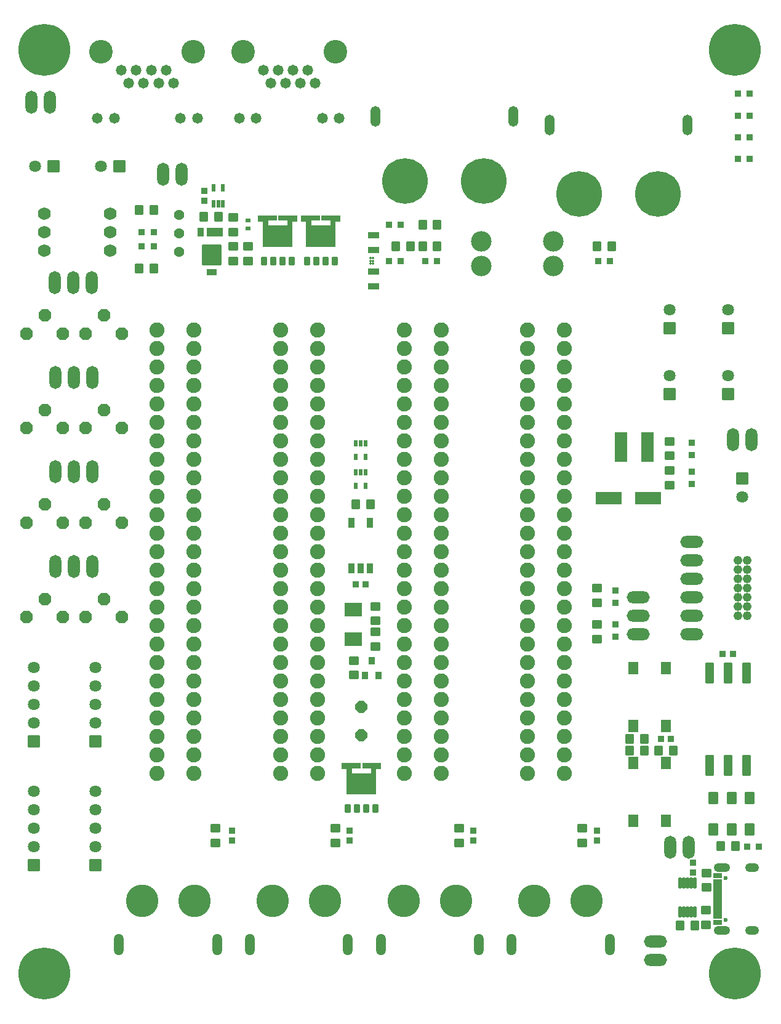
<source format=gbr>
%TF.GenerationSoftware,KiCad,Pcbnew,7.0.1*%
%TF.CreationDate,2023-04-09T21:26:54+09:00*%
%TF.ProjectId,(Eagle)PowerUnit-Bseries(ver2.0),28456167-6c65-4295-906f-776572556e69,rev?*%
%TF.SameCoordinates,Original*%
%TF.FileFunction,Soldermask,Top*%
%TF.FilePolarity,Negative*%
%FSLAX46Y46*%
G04 Gerber Fmt 4.6, Leading zero omitted, Abs format (unit mm)*
G04 Created by KiCad (PCBNEW 7.0.1) date 2023-04-09 21:26:54*
%MOMM*%
%LPD*%
G01*
G04 APERTURE LIST*
G04 Aperture macros list*
%AMRoundRect*
0 Rectangle with rounded corners*
0 $1 Rounding radius*
0 $2 $3 $4 $5 $6 $7 $8 $9 X,Y pos of 4 corners*
0 Add a 4 corners polygon primitive as box body*
4,1,4,$2,$3,$4,$5,$6,$7,$8,$9,$2,$3,0*
0 Add four circle primitives for the rounded corners*
1,1,$1+$1,$2,$3*
1,1,$1+$1,$4,$5*
1,1,$1+$1,$6,$7*
1,1,$1+$1,$8,$9*
0 Add four rect primitives between the rounded corners*
20,1,$1+$1,$2,$3,$4,$5,0*
20,1,$1+$1,$4,$5,$6,$7,0*
20,1,$1+$1,$6,$7,$8,$9,0*
20,1,$1+$1,$8,$9,$2,$3,0*%
%AMFreePoly0*
4,1,17,0.386627,0.869901,0.869901,0.386627,0.888500,0.341726,0.888500,-0.341726,0.869901,-0.386627,0.386627,-0.869901,0.341726,-0.888500,-0.341726,-0.888500,-0.386627,-0.869901,-0.869901,-0.386627,-0.888500,-0.341726,-0.888500,0.341726,-0.869901,0.386627,-0.386627,0.869901,-0.341726,0.888500,0.341726,0.888500,0.386627,0.869901,0.386627,0.869901,$1*%
%AMFreePoly1*
4,1,17,0.355561,0.794901,0.794901,0.355561,0.813500,0.310660,0.813500,-0.310660,0.794901,-0.355561,0.355561,-0.794901,0.310660,-0.813500,-0.310660,-0.813500,-0.355561,-0.794901,-0.794901,-0.355561,-0.813500,-0.310660,-0.813500,0.310660,-0.794901,0.355561,-0.355561,0.794901,-0.310660,0.813500,0.310660,0.813500,0.355561,0.794901,0.355561,0.794901,$1*%
G04 Aperture macros list end*
%ADD10RoundRect,0.063500X0.600000X-0.500000X0.600000X0.500000X-0.600000X0.500000X-0.600000X-0.500000X0*%
%ADD11RoundRect,0.063500X0.200000X0.400000X-0.200000X0.400000X-0.200000X-0.400000X0.200000X-0.400000X0*%
%ADD12RoundRect,0.063500X0.400000X-0.400000X0.400000X0.400000X-0.400000X0.400000X-0.400000X-0.400000X0*%
%ADD13RoundRect,0.063500X0.750000X-0.750000X0.750000X0.750000X-0.750000X0.750000X-0.750000X-0.750000X0*%
%ADD14C,1.627000*%
%ADD15RoundRect,0.063500X1.750000X0.800000X-1.750000X0.800000X-1.750000X-0.800000X1.750000X-0.800000X0*%
%ADD16RoundRect,0.063500X-0.635000X0.381000X-0.635000X-0.381000X0.635000X-0.381000X0.635000X0.381000X0*%
%ADD17RoundRect,0.063500X-1.270000X1.335000X-1.270000X-1.335000X1.270000X-1.335000X1.270000X1.335000X0*%
%ADD18RoundRect,0.063500X0.500000X0.600000X-0.500000X0.600000X-0.500000X-0.600000X0.500000X-0.600000X0*%
%ADD19RoundRect,0.063500X-0.500000X-0.600000X0.500000X-0.600000X0.500000X0.600000X-0.500000X0.600000X0*%
%ADD20FreePoly0,0.000000*%
%ADD21RoundRect,0.063500X-0.400000X0.350000X-0.400000X-0.350000X0.400000X-0.350000X0.400000X0.350000X0*%
%ADD22RoundRect,0.063500X-0.750000X0.750000X-0.750000X-0.750000X0.750000X-0.750000X0.750000X0.750000X0*%
%ADD23C,4.477000*%
%ADD24O,1.327000X2.977000*%
%ADD25RoundRect,0.063500X-0.150000X-0.675000X0.150000X-0.675000X0.150000X0.675000X-0.150000X0.675000X0*%
%ADD26C,3.200000*%
%ADD27C,7.137400*%
%ADD28RoundRect,0.063500X-0.750000X-0.750000X0.750000X-0.750000X0.750000X0.750000X-0.750000X0.750000X0*%
%ADD29RoundRect,0.063500X0.750000X2.000000X-0.750000X2.000000X-0.750000X-2.000000X0.750000X-2.000000X0*%
%ADD30O,1.651000X3.175000*%
%ADD31RoundRect,0.063500X0.400000X0.600000X-0.400000X0.600000X-0.400000X-0.600000X0.400000X-0.600000X0*%
%ADD32C,3.250000*%
%ADD33C,1.477000*%
%ADD34RoundRect,0.063500X-0.340000X-0.550000X0.340000X-0.550000X0.340000X0.550000X-0.340000X0.550000X0*%
%ADD35RoundRect,0.162100X-0.241400X-0.451400X0.241400X-0.451400X0.241400X0.451400X-0.241400X0.451400X0*%
%ADD36RoundRect,0.063500X0.225000X0.475000X-0.225000X0.475000X-0.225000X-0.475000X0.225000X-0.475000X0*%
%ADD37C,0.600000*%
%ADD38RoundRect,0.063500X0.550000X-0.150000X0.550000X0.150000X-0.550000X0.150000X-0.550000X-0.150000X0*%
%ADD39RoundRect,0.063500X0.550000X0.300000X-0.550000X0.300000X-0.550000X-0.300000X0.550000X-0.300000X0*%
%ADD40O,2.227000X1.227000*%
%ADD41O,1.927000X1.227000*%
%ADD42O,3.175000X1.651000*%
%ADD43RoundRect,0.063500X-0.650000X0.775000X-0.650000X-0.775000X0.650000X-0.775000X0.650000X0.775000X0*%
%ADD44RoundRect,0.063500X-0.700000X0.400000X-0.700000X-0.400000X0.700000X-0.400000X0.700000X0.400000X0*%
%ADD45C,6.277000*%
%ADD46O,1.327000X2.827000*%
%ADD47RoundRect,0.063500X-0.400000X0.550000X-0.400000X-0.550000X0.400000X-0.550000X0.400000X0.550000X0*%
%ADD48RoundRect,0.063500X-1.000000X0.550000X-1.000000X-0.550000X1.000000X-0.550000X1.000000X0.550000X0*%
%ADD49RoundRect,0.063500X0.400000X0.400000X-0.400000X0.400000X-0.400000X-0.400000X0.400000X-0.400000X0*%
%ADD50C,2.077000*%
%ADD51RoundRect,0.063500X-0.400000X-0.400000X0.400000X-0.400000X0.400000X0.400000X-0.400000X0.400000X0*%
%ADD52RoundRect,0.178500X0.000000X0.000000X0.000000X0.000000X0.000000X0.000000X0.000000X0.000000X0*%
%ADD53C,1.762000*%
%ADD54C,1.227000*%
%ADD55RoundRect,0.063500X-0.400000X-0.450000X0.400000X-0.450000X0.400000X0.450000X-0.400000X0.450000X0*%
%ADD56RoundRect,0.063500X0.500000X-1.350000X0.500000X1.350000X-0.500000X1.350000X-0.500000X-1.350000X0*%
%ADD57RoundRect,0.063500X-0.600000X0.500000X-0.600000X-0.500000X0.600000X-0.500000X0.600000X0.500000X0*%
%ADD58RoundRect,0.063500X-0.350000X-0.400000X0.350000X-0.400000X0.350000X0.400000X-0.350000X0.400000X0*%
%ADD59RoundRect,0.063500X1.080000X-0.890000X1.080000X0.890000X-1.080000X0.890000X-1.080000X-0.890000X0*%
%ADD60RoundRect,0.063500X0.350000X0.400000X-0.350000X0.400000X-0.350000X-0.400000X0.350000X-0.400000X0*%
%ADD61RoundRect,0.063500X0.700000X-0.400000X0.700000X0.400000X-0.700000X0.400000X-0.700000X-0.400000X0*%
%ADD62C,2.827000*%
%ADD63C,1.427000*%
%ADD64RoundRect,0.063500X-0.250000X0.225000X-0.250000X-0.225000X0.250000X-0.225000X0.250000X0.225000X0*%
%ADD65RoundRect,0.063500X-0.650000X0.750000X-0.650000X-0.750000X0.650000X-0.750000X0.650000X0.750000X0*%
%ADD66FreePoly1,90.000000*%
%ADD67RoundRect,0.063500X-0.600000X-0.750000X0.600000X-0.750000X0.600000X0.750000X-0.600000X0.750000X0*%
G04 APERTURE END LIST*
%TO.C,Q10*%
G36*
X144501100Y-140273600D02*
G01*
X143301100Y-140273600D01*
X143301100Y-140933600D01*
X145901100Y-140933600D01*
X145901100Y-140273600D01*
X144701100Y-140273600D01*
X144701100Y-139563600D01*
X147301100Y-139563600D01*
X147301100Y-140373600D01*
X146631100Y-140373600D01*
X146631100Y-143853600D01*
X142571100Y-143853600D01*
X142571100Y-140373600D01*
X141901100Y-140373600D01*
X141901100Y-139563600D01*
X144501100Y-139563600D01*
X144501100Y-140273600D01*
G37*
%TO.C,Q1*%
G36*
X138901100Y-64973600D02*
G01*
X137701100Y-64973600D01*
X137701100Y-65633600D01*
X140301100Y-65633600D01*
X140301100Y-64973600D01*
X139101100Y-64973600D01*
X139101100Y-64263600D01*
X141701100Y-64263600D01*
X141701100Y-65073600D01*
X141031100Y-65073600D01*
X141031100Y-68553600D01*
X136971100Y-68553600D01*
X136971100Y-65073600D01*
X136301100Y-65073600D01*
X136301100Y-64263600D01*
X138901100Y-64263600D01*
X138901100Y-64973600D01*
G37*
%TO.C,Q6*%
G36*
X132981100Y-64973600D02*
G01*
X131781100Y-64973600D01*
X131781100Y-65633600D01*
X134381100Y-65633600D01*
X134381100Y-64973600D01*
X133181100Y-64973600D01*
X133181100Y-64263600D01*
X135781100Y-64263600D01*
X135781100Y-65073600D01*
X135111100Y-65073600D01*
X135111100Y-68553600D01*
X131051100Y-68553600D01*
X131051100Y-65073600D01*
X130381100Y-65073600D01*
X130381100Y-64263600D01*
X132981100Y-64263600D01*
X132981100Y-64973600D01*
G37*
%TD*%
D10*
%TO.C,R88*%
X187001100Y-101303600D03*
X187001100Y-99303600D03*
%TD*%
D11*
%TO.C,U19*%
X143851100Y-99553600D03*
X144501100Y-99553600D03*
X145151100Y-99553600D03*
X143851100Y-101453600D03*
X145151100Y-101453600D03*
%TD*%
D10*
%TO.C,R108*%
X175001100Y-150503600D03*
X175001100Y-148503600D03*
%TD*%
D12*
%TO.C,ALIVE*%
X196351100Y-47503600D03*
X198001100Y-47503600D03*
%TD*%
D13*
%TO.C,SPOW*%
X197001100Y-100383600D03*
D14*
X197001100Y-102923600D03*
%TD*%
D15*
%TO.C,C7*%
X178601100Y-103103600D03*
X184001100Y-103103600D03*
%TD*%
D12*
%TO.C,LED3*%
X114351100Y-66503600D03*
X116001100Y-66503600D03*
%TD*%
D16*
%TO.C,SB5*%
X124001100Y-72029100D03*
D17*
X124001100Y-69678100D03*
%TD*%
D18*
%TO.C,R85*%
X155001100Y-65503600D03*
X153001100Y-65503600D03*
%TD*%
D19*
%TO.C,R47*%
X185501100Y-137853600D03*
X187501100Y-137853600D03*
%TD*%
D20*
%TO.C,TP5*%
X101051100Y-104003600D03*
X98551100Y-106503600D03*
X103551100Y-106503600D03*
%TD*%
%TO.C,TP1*%
X101051100Y-78003600D03*
X98551100Y-80503600D03*
X103551100Y-80503600D03*
%TD*%
D21*
%TO.C,C43*%
X126801100Y-148803600D03*
X126801100Y-150203600D03*
%TD*%
D18*
%TO.C,R84*%
X190441100Y-161903600D03*
X188441100Y-161903600D03*
%TD*%
D22*
%TO.C,Encoder4*%
X108001100Y-153583600D03*
D14*
X108001100Y-151043600D03*
X108001100Y-148503600D03*
X108001100Y-145963600D03*
X108001100Y-143423600D03*
%TD*%
D23*
%TO.C,Motor1*%
X121601100Y-158503600D03*
X114401100Y-158503600D03*
D24*
X124751100Y-164503600D03*
X111251100Y-164503600D03*
%TD*%
D25*
%TO.C,U3*%
X188441100Y-156068600D03*
X190441100Y-160018600D03*
X189441100Y-160018600D03*
X189941100Y-160018600D03*
X188941100Y-156068600D03*
X190441100Y-156068600D03*
X189441100Y-156068600D03*
X188441100Y-160018600D03*
X188941100Y-160018600D03*
X189941100Y-156068600D03*
%TD*%
D26*
%TO.C,H1*%
X101001100Y-41503600D03*
D27*
X101001100Y-41503600D03*
%TD*%
D10*
%TO.C,R82*%
X129001100Y-70503600D03*
X129001100Y-68503600D03*
%TD*%
D28*
%TO.C,Emergency1*%
X102271100Y-57503600D03*
D14*
X99731100Y-57503600D03*
%TD*%
D20*
%TO.C,TP6*%
X109151100Y-104003600D03*
X106651100Y-106503600D03*
X111651100Y-106503600D03*
%TD*%
D29*
%TO.C,L1*%
X183901100Y-96103600D03*
X180301100Y-96103600D03*
%TD*%
D30*
%TO.C,JP10*%
X107541100Y-112503600D03*
X105001100Y-112503600D03*
X102461100Y-112503600D03*
%TD*%
D31*
%TO.C,TLP3*%
X145771100Y-106503600D03*
X143231100Y-106503600D03*
X143231100Y-112803600D03*
X145771100Y-112803600D03*
X144501100Y-112803600D03*
%TD*%
D21*
%TO.C,C72*%
X123001100Y-60853600D03*
X123001100Y-62253600D03*
%TD*%
D32*
%TO.C,RJ45_1*%
X121501100Y-41703600D03*
X108801100Y-41703600D03*
D33*
X111581100Y-44243600D03*
X112601100Y-46023600D03*
X113621100Y-44243600D03*
X114641100Y-46023600D03*
X115661100Y-44243600D03*
X116681100Y-46023600D03*
X117701100Y-44243600D03*
X118721100Y-46023600D03*
X122011100Y-50843600D03*
X119721100Y-50843600D03*
X110581100Y-50843600D03*
X108291100Y-50843600D03*
%TD*%
D34*
%TO.C,Q10*%
X144601100Y-142533600D03*
D35*
X146506100Y-145793600D03*
X142696100Y-145793600D03*
X143966100Y-145793600D03*
X145236100Y-145793600D03*
%TD*%
D20*
%TO.C,TP7*%
X101051100Y-117003600D03*
X98551100Y-119503600D03*
X103551100Y-119503600D03*
%TD*%
D36*
%TO.C,U27*%
X125551100Y-62653600D03*
X125551100Y-60453600D03*
X124251100Y-62653600D03*
X124251100Y-60453600D03*
X124901100Y-62653600D03*
%TD*%
D18*
%TO.C,R45*%
X183501100Y-137853600D03*
X181501100Y-137853600D03*
%TD*%
D21*
%TO.C,C3*%
X190191100Y-153233600D03*
X190191100Y-154633600D03*
%TD*%
D37*
%TO.C,USB1*%
X194671100Y-161133600D03*
X194671100Y-155353600D03*
D38*
X193611100Y-159493600D03*
X193611100Y-156493600D03*
X193611100Y-157993600D03*
X193611100Y-158993600D03*
X193611100Y-158493600D03*
X193611100Y-157493600D03*
D39*
X193611100Y-161443600D03*
X193611100Y-155043600D03*
D38*
X193611100Y-156993600D03*
X193611100Y-159993600D03*
D40*
X194171100Y-162563600D03*
D41*
X198351100Y-162563600D03*
X198351100Y-153923600D03*
D40*
X194171100Y-153923600D03*
D39*
X193611100Y-160643600D03*
X193611100Y-155843600D03*
%TD*%
D12*
%TO.C,OTP*%
X148351100Y-65503600D03*
X150001100Y-65503600D03*
%TD*%
D19*
%TO.C,R79*%
X177001100Y-68503600D03*
X179001100Y-68503600D03*
%TD*%
D12*
%TO.C,SUPPLY*%
X148351100Y-70503600D03*
X150001100Y-70503600D03*
%TD*%
D42*
%TO.C,BOOTMODE*%
X185061100Y-164093600D03*
X185061100Y-166633600D03*
%TD*%
D30*
%TO.C,JP1*%
X107541100Y-86503600D03*
X105001100Y-86503600D03*
X102461100Y-86503600D03*
%TD*%
D20*
%TO.C,TP8*%
X109151100Y-117003600D03*
X106651100Y-119503600D03*
X111651100Y-119503600D03*
%TD*%
D30*
%TO.C,JP7*%
X119821100Y-58583600D03*
X117281100Y-58583600D03*
%TD*%
D19*
%TO.C,R2*%
X153001100Y-68503600D03*
X155001100Y-68503600D03*
%TD*%
D43*
%TO.C,B2*%
X186491100Y-126528600D03*
X186491100Y-134478600D03*
X181991100Y-126528600D03*
X181991100Y-134478600D03*
%TD*%
D44*
%TO.C,C66*%
X146301100Y-72003600D03*
X146301100Y-74003600D03*
%TD*%
D45*
%TO.C,BATTERY*%
X185421100Y-61253600D03*
X174521100Y-61253600D03*
D46*
X170521100Y-51853600D03*
X189421100Y-51853600D03*
%TD*%
D47*
%TO.C,SB8*%
X122501100Y-66503600D03*
D48*
X124401100Y-66503600D03*
%TD*%
D23*
%TO.C,CON4*%
X175601100Y-158503600D03*
X168401100Y-158503600D03*
D24*
X178751100Y-164503600D03*
X165251100Y-164503600D03*
%TD*%
D12*
%TO.C,GO*%
X114351100Y-68503600D03*
X116001100Y-68503600D03*
%TD*%
D49*
%TO.C,+5V*%
X190001100Y-97153600D03*
X190001100Y-95503600D03*
%TD*%
D22*
%TO.C,Encoder3*%
X99500000Y-153583600D03*
D14*
X99500000Y-151043600D03*
X99500000Y-148503600D03*
X99500000Y-145963600D03*
X99500000Y-143423600D03*
%TD*%
D50*
%TO.C,EDGE3*%
X155541100Y-140983600D03*
X155541100Y-138443600D03*
X155541100Y-135903600D03*
X155541100Y-133363600D03*
X155541100Y-130823600D03*
X155541100Y-128283600D03*
X155541100Y-125743600D03*
X155541100Y-123203600D03*
X155541100Y-120663600D03*
X155541100Y-118123600D03*
X155541100Y-115583600D03*
X155541100Y-113043600D03*
X155541100Y-110503600D03*
X155541100Y-107963600D03*
X155541100Y-105423600D03*
X155541100Y-102883600D03*
X155541100Y-100343600D03*
X155541100Y-97803600D03*
X155541100Y-95263600D03*
X155541100Y-92723600D03*
X155541100Y-90183600D03*
X155541100Y-87643600D03*
X155541100Y-85103600D03*
X155541100Y-82563600D03*
X155541100Y-80023600D03*
X150461100Y-80023600D03*
X150461100Y-82563600D03*
X150461100Y-85103600D03*
X150461100Y-87643600D03*
X150461100Y-90183600D03*
X150461100Y-92723600D03*
X150461100Y-95263600D03*
X150461100Y-97803600D03*
X150461100Y-100343600D03*
X150461100Y-102883600D03*
X150461100Y-105423600D03*
X150461100Y-107963600D03*
X150461100Y-110503600D03*
X150461100Y-113043600D03*
X150461100Y-115583600D03*
X150461100Y-118123600D03*
X150461100Y-120663600D03*
X150461100Y-123203600D03*
X150461100Y-125743600D03*
X150461100Y-128283600D03*
X150461100Y-130823600D03*
X150461100Y-133363600D03*
X150461100Y-135903600D03*
X150461100Y-138443600D03*
X150461100Y-140983600D03*
%TD*%
D10*
%TO.C,R80*%
X127001100Y-70503600D03*
X127001100Y-68503600D03*
%TD*%
D22*
%TO.C,Encoder2*%
X108001100Y-136583600D03*
D14*
X108001100Y-134043600D03*
X108001100Y-131503600D03*
X108001100Y-128963600D03*
X108001100Y-126423600D03*
%TD*%
D50*
%TO.C,EDGE1*%
X121541100Y-140983600D03*
X121541100Y-138443600D03*
X121541100Y-135903600D03*
X121541100Y-133363600D03*
X121541100Y-130823600D03*
X121541100Y-128283600D03*
X121541100Y-125743600D03*
X121541100Y-123203600D03*
X121541100Y-120663600D03*
X121541100Y-118123600D03*
X121541100Y-115583600D03*
X121541100Y-113043600D03*
X121541100Y-110503600D03*
X121541100Y-107963600D03*
X121541100Y-105423600D03*
X121541100Y-102883600D03*
X121541100Y-100343600D03*
X121541100Y-97803600D03*
X121541100Y-95263600D03*
X121541100Y-92723600D03*
X121541100Y-90183600D03*
X121541100Y-87643600D03*
X121541100Y-85103600D03*
X121541100Y-82563600D03*
X121541100Y-80023600D03*
X116461100Y-80023600D03*
X116461100Y-82563600D03*
X116461100Y-85103600D03*
X116461100Y-87643600D03*
X116461100Y-90183600D03*
X116461100Y-92723600D03*
X116461100Y-95263600D03*
X116461100Y-97803600D03*
X116461100Y-100343600D03*
X116461100Y-102883600D03*
X116461100Y-105423600D03*
X116461100Y-107963600D03*
X116461100Y-110503600D03*
X116461100Y-113043600D03*
X116461100Y-115583600D03*
X116461100Y-118123600D03*
X116461100Y-120663600D03*
X116461100Y-123203600D03*
X116461100Y-125743600D03*
X116461100Y-128283600D03*
X116461100Y-130823600D03*
X116461100Y-133363600D03*
X116461100Y-135903600D03*
X116461100Y-138443600D03*
X116461100Y-140983600D03*
%TD*%
D10*
%TO.C,R32*%
X146501100Y-123503600D03*
X146501100Y-121503600D03*
%TD*%
D26*
%TO.C,H3*%
X196001100Y-168503600D03*
D27*
X196001100Y-168503600D03*
%TD*%
D18*
%TO.C,R113*%
X116001100Y-63503600D03*
X114001100Y-63503600D03*
%TD*%
D51*
%TO.C,LED11*%
X179501100Y-115853600D03*
X179501100Y-117503600D03*
%TD*%
D22*
%TO.C,Encoder1*%
X99500000Y-136583600D03*
D14*
X99500000Y-134043600D03*
X99500000Y-131503600D03*
X99500000Y-128963600D03*
X99500000Y-126423600D03*
%TD*%
D52*
%TO.C,U14*%
X146201100Y-70503600D03*
X146201100Y-70903600D03*
X145801100Y-70103600D03*
X145801100Y-70503600D03*
X146201100Y-70103600D03*
X145801100Y-70903600D03*
%TD*%
D18*
%TO.C,R116*%
X116001100Y-71503600D03*
X114001100Y-71503600D03*
%TD*%
D53*
%TO.C,SW4*%
X101001100Y-63963600D03*
X101001100Y-66503600D03*
X101001100Y-69043600D03*
%TD*%
D12*
%TO.C,LED1*%
X153351100Y-70503600D03*
X155001100Y-70503600D03*
%TD*%
D28*
%TO.C,INV_SW2*%
X111271100Y-57503600D03*
D14*
X108731100Y-57503600D03*
%TD*%
D19*
%TO.C,R5*%
X149317200Y-68503800D03*
X151317200Y-68503800D03*
%TD*%
D50*
%TO.C,EDGE2*%
X138541100Y-140983600D03*
X138541100Y-138443600D03*
X138541100Y-135903600D03*
X138541100Y-133363600D03*
X138541100Y-130823600D03*
X138541100Y-128283600D03*
X138541100Y-125743600D03*
X138541100Y-123203600D03*
X138541100Y-120663600D03*
X138541100Y-118123600D03*
X138541100Y-115583600D03*
X138541100Y-113043600D03*
X138541100Y-110503600D03*
X138541100Y-107963600D03*
X138541100Y-105423600D03*
X138541100Y-102883600D03*
X138541100Y-100343600D03*
X138541100Y-97803600D03*
X138541100Y-95263600D03*
X138541100Y-92723600D03*
X138541100Y-90183600D03*
X138541100Y-87643600D03*
X138541100Y-85103600D03*
X138541100Y-82563600D03*
X138541100Y-80023600D03*
X133461100Y-80023600D03*
X133461100Y-82563600D03*
X133461100Y-85103600D03*
X133461100Y-87643600D03*
X133461100Y-90183600D03*
X133461100Y-92723600D03*
X133461100Y-95263600D03*
X133461100Y-97803600D03*
X133461100Y-100343600D03*
X133461100Y-102883600D03*
X133461100Y-105423600D03*
X133461100Y-107963600D03*
X133461100Y-110503600D03*
X133461100Y-113043600D03*
X133461100Y-115583600D03*
X133461100Y-118123600D03*
X133461100Y-120663600D03*
X133461100Y-123203600D03*
X133461100Y-125743600D03*
X133461100Y-128283600D03*
X133461100Y-130823600D03*
X133461100Y-133363600D03*
X133461100Y-135903600D03*
X133461100Y-138443600D03*
X133461100Y-140983600D03*
%TD*%
D21*
%TO.C,C46*%
X143001100Y-148803600D03*
X143001100Y-150203600D03*
%TD*%
D23*
%TO.C,Motor3*%
X157601100Y-158503600D03*
X150401100Y-158503600D03*
D24*
X160751100Y-164503600D03*
X147251100Y-164503600D03*
%TD*%
D30*
%TO.C,SPOW*%
X198271100Y-95053600D03*
X195731100Y-95053600D03*
%TD*%
D45*
%TO.C,THRU*%
X150551100Y-59503600D03*
X161451100Y-59503600D03*
D46*
X146551100Y-50603600D03*
X165451100Y-50603600D03*
%TD*%
D10*
%TO.C,R9*%
X192001100Y-161803600D03*
X192001100Y-159803600D03*
%TD*%
D54*
%TO.C,ML1*%
X197636100Y-119263600D03*
X196366100Y-119263600D03*
X197636100Y-117993600D03*
X196366100Y-117993600D03*
X197636100Y-116723600D03*
X196366100Y-116723600D03*
X197636100Y-115453600D03*
X196366100Y-115453600D03*
X197636100Y-114183600D03*
X196366100Y-114183600D03*
X197636100Y-112913600D03*
X196366100Y-112913600D03*
X197636100Y-111643600D03*
X196366100Y-111643600D03*
%TD*%
D30*
%TO.C,JP8*%
X107461100Y-73503600D03*
X104921100Y-73503600D03*
X102381100Y-73503600D03*
%TD*%
D55*
%TO.C,ZD5*%
X145051100Y-127503600D03*
X146001100Y-125503600D03*
X146951100Y-127503600D03*
%TD*%
D12*
%TO.C,COM*%
X196351100Y-50503600D03*
X198001100Y-50503600D03*
%TD*%
%TO.C,DISABLE*%
X196351100Y-56503600D03*
X198001100Y-56503600D03*
%TD*%
D10*
%TO.C,R87*%
X177001100Y-122503600D03*
X177001100Y-120503600D03*
%TD*%
D30*
%TO.C,GND*%
X101771100Y-48713600D03*
X99231100Y-48713600D03*
%TD*%
D12*
%TO.C,BATTERY*%
X177151100Y-70503600D03*
X178801100Y-70503600D03*
%TD*%
D20*
%TO.C,TP3*%
X101051100Y-91003600D03*
X98551100Y-93503600D03*
X103551100Y-93503600D03*
%TD*%
D12*
%TO.C,DEBUG*%
X196351100Y-53503600D03*
X198001100Y-53503600D03*
%TD*%
D22*
%TO.C,CTRL2*%
X195001100Y-88773600D03*
D14*
X195001100Y-86233600D03*
%TD*%
D10*
%TO.C,R57*%
X124501100Y-150503600D03*
X124501100Y-148503600D03*
%TD*%
%TO.C,R103*%
X158001100Y-150503600D03*
X158001100Y-148503600D03*
%TD*%
D32*
%TO.C,RJ45_2*%
X141001100Y-41703600D03*
X128301100Y-41703600D03*
D33*
X131081100Y-44243600D03*
X132101100Y-46023600D03*
X133121100Y-44243600D03*
X134141100Y-46023600D03*
X135161100Y-44243600D03*
X136181100Y-46023600D03*
X137201100Y-44243600D03*
X138221100Y-46023600D03*
X141511100Y-50843600D03*
X139221100Y-50843600D03*
X130081100Y-50843600D03*
X127791100Y-50843600D03*
%TD*%
D30*
%TO.C,ECHO*%
X189651100Y-151103600D03*
X187111100Y-151103600D03*
%TD*%
D56*
%TO.C,SW2*%
X192461100Y-139873600D03*
X197541100Y-127173600D03*
X197541100Y-139873600D03*
X192461100Y-127173600D03*
X195001100Y-139873600D03*
X195001100Y-127173600D03*
%TD*%
D21*
%TO.C,C60*%
X160001100Y-148803600D03*
X160001100Y-150203600D03*
%TD*%
D57*
%TO.C,R86*%
X177001100Y-115503600D03*
X177001100Y-117503600D03*
%TD*%
D10*
%TO.C,R119*%
X143551100Y-127453600D03*
X143551100Y-125453600D03*
%TD*%
D58*
%TO.C,C35*%
X185801100Y-136203600D03*
X187201100Y-136203600D03*
%TD*%
D59*
%TO.C,D4*%
X143501100Y-122528600D03*
X143501100Y-118478600D03*
%TD*%
D57*
%TO.C,R8*%
X192051100Y-154653600D03*
X192051100Y-156653600D03*
%TD*%
D34*
%TO.C,Q1*%
X139001100Y-67233600D03*
D35*
X140906100Y-70493600D03*
X137096100Y-70493600D03*
X138366100Y-70493600D03*
X139636100Y-70493600D03*
%TD*%
D18*
%TO.C,R83*%
X124901100Y-64453600D03*
X122901100Y-64453600D03*
%TD*%
D10*
%TO.C,R98*%
X141001100Y-150503600D03*
X141001100Y-148503600D03*
%TD*%
D22*
%TO.C,THRU2*%
X187001100Y-88773600D03*
D14*
X187001100Y-86233600D03*
%TD*%
D20*
%TO.C,TP2*%
X109151100Y-78003600D03*
X106651100Y-80503600D03*
X111651100Y-80503600D03*
%TD*%
D30*
%TO.C,JP9*%
X107541100Y-99503600D03*
X105001100Y-99503600D03*
X102461100Y-99503600D03*
%TD*%
D19*
%TO.C,R46*%
X181501100Y-136203600D03*
X183501100Y-136203600D03*
%TD*%
D10*
%TO.C,R89*%
X187001100Y-97303600D03*
X187001100Y-95303600D03*
%TD*%
D60*
%TO.C,C15*%
X195701100Y-124503600D03*
X194301100Y-124503600D03*
%TD*%
D12*
%TO.C,TXD*%
X197641100Y-151003600D03*
X199291100Y-151003600D03*
%TD*%
D20*
%TO.C,TP4*%
X109151100Y-91003600D03*
X106651100Y-93503600D03*
X111651100Y-93503600D03*
%TD*%
D61*
%TO.C,C2*%
X146301100Y-69003600D03*
X146301100Y-67003600D03*
%TD*%
D57*
%TO.C,R6*%
X146501100Y-118003600D03*
X146501100Y-120003600D03*
%TD*%
D42*
%TO.C,JP11*%
X190001100Y-121853600D03*
X190001100Y-119313600D03*
X190001100Y-116773600D03*
X190001100Y-114233600D03*
X190001100Y-111693600D03*
X190001100Y-109153600D03*
%TD*%
D22*
%TO.C,THRU1*%
X187001100Y-79773600D03*
D14*
X187001100Y-77233600D03*
%TD*%
D34*
%TO.C,Q6*%
X133081100Y-67233600D03*
D35*
X134986100Y-70493600D03*
X131176100Y-70493600D03*
X132446100Y-70493600D03*
X133716100Y-70493600D03*
%TD*%
D42*
%TO.C,JP6*%
X182701100Y-121843600D03*
X182701100Y-119303600D03*
X182701100Y-116763600D03*
%TD*%
D23*
%TO.C,MOTER*%
X139601100Y-158503600D03*
X132401100Y-158503600D03*
D24*
X142751100Y-164503600D03*
X129251100Y-164503600D03*
%TD*%
D18*
%TO.C,R10*%
X196020000Y-150940000D03*
X194020000Y-150940000D03*
%TD*%
D62*
%TO.C,FUSE1*%
X161041100Y-67803600D03*
X161041100Y-71203600D03*
X170961100Y-67803600D03*
X170961100Y-71203600D03*
%TD*%
D63*
%TO.C,SW1*%
X119501100Y-66703600D03*
X119501100Y-69243600D03*
X119501100Y-64163600D03*
%TD*%
D64*
%TO.C,NTC1*%
X129001100Y-64978600D03*
X129001100Y-66028600D03*
%TD*%
D50*
%TO.C,EDGE4*%
X172541100Y-140983600D03*
X172541100Y-138443600D03*
X172541100Y-135903600D03*
X172541100Y-133363600D03*
X172541100Y-130823600D03*
X172541100Y-128283600D03*
X172541100Y-125743600D03*
X172541100Y-123203600D03*
X172541100Y-120663600D03*
X172541100Y-118123600D03*
X172541100Y-115583600D03*
X172541100Y-113043600D03*
X172541100Y-110503600D03*
X172541100Y-107963600D03*
X172541100Y-105423600D03*
X172541100Y-102883600D03*
X172541100Y-100343600D03*
X172541100Y-97803600D03*
X172541100Y-95263600D03*
X172541100Y-92723600D03*
X172541100Y-90183600D03*
X172541100Y-87643600D03*
X172541100Y-85103600D03*
X172541100Y-82563600D03*
X172541100Y-80023600D03*
X167461100Y-80023600D03*
X167461100Y-82563600D03*
X167461100Y-85103600D03*
X167461100Y-87643600D03*
X167461100Y-90183600D03*
X167461100Y-92723600D03*
X167461100Y-95263600D03*
X167461100Y-97803600D03*
X167461100Y-100343600D03*
X167461100Y-102883600D03*
X167461100Y-105423600D03*
X167461100Y-107963600D03*
X167461100Y-110503600D03*
X167461100Y-113043600D03*
X167461100Y-115583600D03*
X167461100Y-118123600D03*
X167461100Y-120663600D03*
X167461100Y-123203600D03*
X167461100Y-125743600D03*
X167461100Y-128283600D03*
X167461100Y-130823600D03*
X167461100Y-133363600D03*
X167461100Y-135903600D03*
X167461100Y-138443600D03*
X167461100Y-140983600D03*
%TD*%
D10*
%TO.C,R81*%
X127001100Y-66503600D03*
X127001100Y-64503600D03*
%TD*%
D19*
%TO.C,R122*%
X143801100Y-104003600D03*
X145801100Y-104003600D03*
%TD*%
D65*
%TO.C,B1*%
X186491100Y-139553600D03*
X186491100Y-147453600D03*
X181991100Y-139553600D03*
X181991100Y-147453600D03*
%TD*%
D49*
%TO.C,+3V3*%
X190001100Y-101153600D03*
X190001100Y-99503600D03*
%TD*%
D53*
%TO.C,SW5*%
X110001100Y-63963600D03*
X110001100Y-66503600D03*
X110001100Y-69043600D03*
%TD*%
D22*
%TO.C,CTRL1*%
X195001100Y-79773600D03*
D14*
X195001100Y-77233600D03*
%TD*%
D66*
%TO.C,R3*%
X144601100Y-135743600D03*
X144601100Y-131806600D03*
%TD*%
D60*
%TO.C,C70*%
X145201100Y-115003600D03*
X143801100Y-115003600D03*
%TD*%
D21*
%TO.C,C64*%
X177001100Y-148803600D03*
X177001100Y-150203600D03*
%TD*%
D49*
%TO.C,U5V*%
X179501100Y-122153600D03*
X179501100Y-120503600D03*
%TD*%
D11*
%TO.C,U16*%
X143851100Y-95553600D03*
X144501100Y-95553600D03*
X145151100Y-95553600D03*
X143851100Y-97453600D03*
X145151100Y-97453600D03*
%TD*%
D67*
%TO.C,SW3*%
X193001100Y-144353600D03*
X193001100Y-148653600D03*
X195501100Y-144353600D03*
X195501100Y-148653600D03*
X198001100Y-144353600D03*
X198001100Y-148653600D03*
%TD*%
D26*
%TO.C,H2*%
X196001100Y-41503600D03*
D27*
X196001100Y-41503600D03*
%TD*%
D26*
%TO.C,H4*%
X101001100Y-168503600D03*
D27*
X101001100Y-168503600D03*
%TD*%
M02*

</source>
